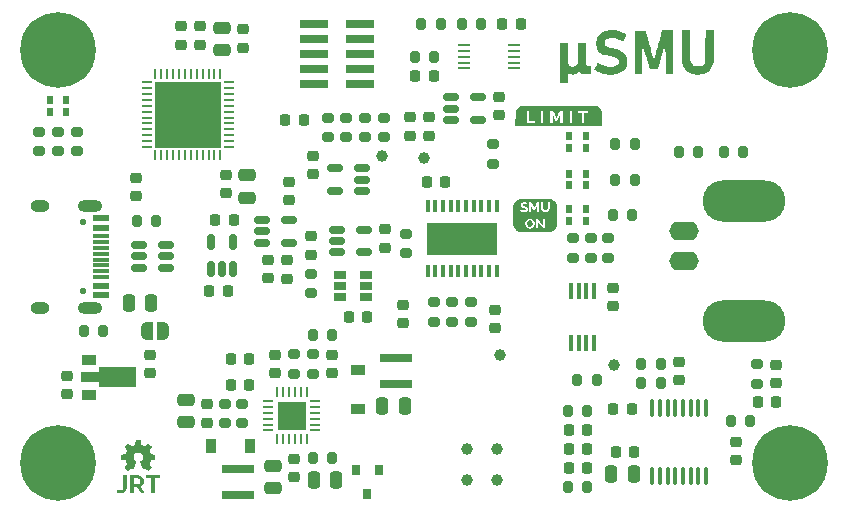
<source format=gbr>
%TF.GenerationSoftware,KiCad,Pcbnew,(5.99.0-10483-ga6ad7a4a70)*%
%TF.CreationDate,2021-05-23T17:26:51+03:00*%
%TF.ProjectId,uSMU_v10,75534d55-5f76-4313-902e-6b696361645f,rev?*%
%TF.SameCoordinates,Original*%
%TF.FileFunction,Soldermask,Top*%
%TF.FilePolarity,Negative*%
%FSLAX46Y46*%
G04 Gerber Fmt 4.6, Leading zero omitted, Abs format (unit mm)*
G04 Created by KiCad (PCBNEW (5.99.0-10483-ga6ad7a4a70)) date 2021-05-23 17:26:51*
%MOMM*%
%LPD*%
G01*
G04 APERTURE LIST*
G04 Aperture macros list*
%AMRoundRect*
0 Rectangle with rounded corners*
0 $1 Rounding radius*
0 $2 $3 $4 $5 $6 $7 $8 $9 X,Y pos of 4 corners*
0 Add a 4 corners polygon primitive as box body*
4,1,4,$2,$3,$4,$5,$6,$7,$8,$9,$2,$3,0*
0 Add four circle primitives for the rounded corners*
1,1,$1+$1,$2,$3*
1,1,$1+$1,$4,$5*
1,1,$1+$1,$6,$7*
1,1,$1+$1,$8,$9*
0 Add four rect primitives between the rounded corners*
20,1,$1+$1,$2,$3,$4,$5,0*
20,1,$1+$1,$4,$5,$6,$7,0*
20,1,$1+$1,$6,$7,$8,$9,0*
20,1,$1+$1,$8,$9,$2,$3,0*%
%AMFreePoly0*
4,1,22,0.500000,-0.750000,0.000000,-0.750000,0.000000,-0.745033,-0.079941,-0.743568,-0.215256,-0.701293,-0.333266,-0.622738,-0.424486,-0.514219,-0.481581,-0.384460,-0.499164,-0.250000,-0.500000,-0.250000,-0.500000,0.250000,-0.499164,0.250000,-0.499963,0.256109,-0.478152,0.396186,-0.417904,0.524511,-0.324060,0.630769,-0.204165,0.706417,-0.067858,0.745374,0.000000,0.744959,0.000000,0.750000,
0.500000,0.750000,0.500000,-0.750000,0.500000,-0.750000,$1*%
%AMFreePoly1*
4,1,20,0.000000,0.744959,0.073905,0.744508,0.209726,0.703889,0.328688,0.626782,0.421226,0.519385,0.479903,0.390333,0.500000,0.250000,0.500000,-0.250000,0.499851,-0.262216,0.476331,-0.402017,0.414519,-0.529596,0.319384,-0.634700,0.198574,-0.708877,0.061801,-0.746166,0.000000,-0.745033,0.000000,-0.750000,-0.500000,-0.750000,-0.500000,0.750000,0.000000,0.750000,0.000000,0.744959,
0.000000,0.744959,$1*%
%AMFreePoly2*
4,1,19,0.134796,0.268011,0.222241,0.201516,0.279886,0.107999,0.300000,0.000000,0.299923,-0.006806,0.277364,-0.114321,0.217612,-0.206506,0.128681,-0.271001,0.022494,-0.299156,-0.086710,-0.287196,-0.184286,-0.236725,-0.257150,-0.154511,-0.295533,-0.051579,-0.294287,0.058270,-0.253579,0.160306,-0.178867,0.240845,-0.080172,0.289089,0.029275,0.298568,0.134796,0.268011,0.134796,0.268011,
$1*%
%AMFreePoly3*
4,1,9,3.862500,-0.866500,0.737500,-0.866500,0.737500,-0.450000,-0.737500,-0.450000,-0.737500,0.450000,0.737500,0.450000,0.737500,0.866500,3.862500,0.866500,3.862500,-0.866500,3.862500,-0.866500,$1*%
G04 Aperture macros list end*
%ADD10RoundRect,0.225000X0.225000X0.250000X-0.225000X0.250000X-0.225000X-0.250000X0.225000X-0.250000X0*%
%ADD11RoundRect,0.200000X-0.200000X-0.275000X0.200000X-0.275000X0.200000X0.275000X-0.200000X0.275000X0*%
%ADD12RoundRect,0.218750X-0.218750X-0.256250X0.218750X-0.256250X0.218750X0.256250X-0.218750X0.256250X0*%
%ADD13RoundRect,0.200000X-0.275000X0.200000X-0.275000X-0.200000X0.275000X-0.200000X0.275000X0.200000X0*%
%ADD14RoundRect,0.250000X-0.475000X0.250000X-0.475000X-0.250000X0.475000X-0.250000X0.475000X0.250000X0*%
%ADD15RoundRect,0.150000X0.512500X0.150000X-0.512500X0.150000X-0.512500X-0.150000X0.512500X-0.150000X0*%
%ADD16RoundRect,0.150000X-0.512500X-0.150000X0.512500X-0.150000X0.512500X0.150000X-0.512500X0.150000X0*%
%ADD17RoundRect,0.225000X0.250000X-0.225000X0.250000X0.225000X-0.250000X0.225000X-0.250000X-0.225000X0*%
%ADD18RoundRect,0.250000X0.475000X-0.250000X0.475000X0.250000X-0.475000X0.250000X-0.475000X-0.250000X0*%
%ADD19RoundRect,0.062500X-0.062500X0.375000X-0.062500X-0.375000X0.062500X-0.375000X0.062500X0.375000X0*%
%ADD20RoundRect,0.062500X-0.375000X0.062500X-0.375000X-0.062500X0.375000X-0.062500X0.375000X0.062500X0*%
%ADD21C,0.600000*%
%ADD22R,5.600000X5.600000*%
%ADD23RoundRect,0.200000X0.200000X0.275000X-0.200000X0.275000X-0.200000X-0.275000X0.200000X-0.275000X0*%
%ADD24RoundRect,0.200000X0.275000X-0.200000X0.275000X0.200000X-0.275000X0.200000X-0.275000X-0.200000X0*%
%ADD25RoundRect,0.225000X-0.250000X0.225000X-0.250000X-0.225000X0.250000X-0.225000X0.250000X0.225000X0*%
%ADD26R,1.060000X0.650000*%
%ADD27C,1.000000*%
%ADD28R,0.450000X1.050000*%
%ADD29R,6.000000X2.700000*%
%ADD30RoundRect,0.225000X-0.225000X-0.250000X0.225000X-0.250000X0.225000X0.250000X-0.225000X0.250000X0*%
%ADD31RoundRect,0.218750X-0.256250X0.218750X-0.256250X-0.218750X0.256250X-0.218750X0.256250X0.218750X0*%
%ADD32RoundRect,0.250000X-0.250000X-0.475000X0.250000X-0.475000X0.250000X0.475000X-0.250000X0.475000X0*%
%ADD33R,0.800000X0.900000*%
%ADD34RoundRect,0.218750X0.256250X-0.218750X0.256250X0.218750X-0.256250X0.218750X-0.256250X-0.218750X0*%
%ADD35R,2.700000X0.800000*%
%ADD36R,1.100000X0.250000*%
%ADD37R,0.600000X0.700000*%
%ADD38RoundRect,0.218750X0.218750X0.256250X-0.218750X0.256250X-0.218750X-0.256250X0.218750X-0.256250X0*%
%ADD39R,0.900000X1.200000*%
%ADD40O,2.500000X1.600000*%
%ADD41O,7.000000X3.500000*%
%ADD42RoundRect,0.150000X0.150000X-0.512500X0.150000X0.512500X-0.150000X0.512500X-0.150000X-0.512500X0*%
%ADD43RoundRect,0.062500X0.062500X-0.325000X0.062500X0.325000X-0.062500X0.325000X-0.062500X-0.325000X0*%
%ADD44RoundRect,0.062500X0.325000X-0.062500X0.325000X0.062500X-0.325000X0.062500X-0.325000X-0.062500X0*%
%ADD45R,2.450000X2.450000*%
%ADD46R,2.400000X0.740000*%
%ADD47C,0.800000*%
%ADD48C,6.400000*%
%ADD49RoundRect,0.250000X0.250000X0.475000X-0.250000X0.475000X-0.250000X-0.475000X0.250000X-0.475000X0*%
%ADD50R,0.450000X1.450000*%
%ADD51RoundRect,0.100000X0.100000X-0.637500X0.100000X0.637500X-0.100000X0.637500X-0.100000X-0.637500X0*%
%ADD52FreePoly0,0.000000*%
%ADD53FreePoly1,0.000000*%
%ADD54O,1.600000X1.000000*%
%ADD55FreePoly2,270.000000*%
%ADD56O,2.100000X1.000000*%
%ADD57R,1.450000X0.600000*%
%ADD58R,1.450000X0.300000*%
%ADD59R,1.200000X0.900000*%
%ADD60R,1.300000X0.900000*%
%ADD61FreePoly3,0.000000*%
G04 APERTURE END LIST*
%TO.C,G\u002A\u002A\u002A*%
G36*
X117467323Y-124051498D02*
G01*
X117538301Y-124051618D01*
X117605078Y-124051966D01*
X117666511Y-124052522D01*
X117721456Y-124053269D01*
X117768769Y-124054187D01*
X117807306Y-124055258D01*
X117835923Y-124056462D01*
X117853476Y-124057781D01*
X117854097Y-124057856D01*
X117925433Y-124072861D01*
X117993252Y-124099139D01*
X118056554Y-124135951D01*
X118114340Y-124182561D01*
X118165610Y-124238231D01*
X118209364Y-124302224D01*
X118225476Y-124331834D01*
X118234894Y-124352954D01*
X118245600Y-124380766D01*
X118255647Y-124410123D01*
X118258017Y-124417727D01*
X118264870Y-124441694D01*
X118269527Y-124462726D01*
X118272397Y-124484303D01*
X118273891Y-124509910D01*
X118274416Y-124543029D01*
X118274446Y-124557657D01*
X118274173Y-124594387D01*
X118273079Y-124622335D01*
X118270757Y-124644981D01*
X118266798Y-124665807D01*
X118260794Y-124688293D01*
X118258037Y-124697520D01*
X118230901Y-124770297D01*
X118196358Y-124833682D01*
X118153779Y-124888509D01*
X118102540Y-124935612D01*
X118054415Y-124968581D01*
X118035655Y-124979648D01*
X118020804Y-124987990D01*
X118013392Y-124991664D01*
X118015289Y-124997164D01*
X118023153Y-125012297D01*
X118036502Y-125036252D01*
X118054857Y-125068219D01*
X118077737Y-125107391D01*
X118104663Y-125152957D01*
X118135154Y-125204108D01*
X118168730Y-125260035D01*
X118204911Y-125319929D01*
X118243216Y-125382980D01*
X118283166Y-125448380D01*
X118319275Y-125507190D01*
X118352379Y-125560974D01*
X118188953Y-125559340D01*
X118025526Y-125557706D01*
X117872011Y-125307694D01*
X117718496Y-125057681D01*
X117425749Y-125057681D01*
X117425749Y-125560773D01*
X117131256Y-125560773D01*
X117131256Y-124308410D01*
X117425749Y-124308410D01*
X117425749Y-124800751D01*
X117629746Y-124798842D01*
X117833744Y-124796933D01*
X117866655Y-124778704D01*
X117904765Y-124750684D01*
X117936150Y-124712962D01*
X117960239Y-124666456D01*
X117976459Y-124612079D01*
X117978934Y-124599039D01*
X117982368Y-124546588D01*
X117975415Y-124494776D01*
X117958996Y-124445559D01*
X117934038Y-124400892D01*
X117901463Y-124362730D01*
X117862196Y-124333031D01*
X117850129Y-124326498D01*
X117841855Y-124322566D01*
X117833596Y-124319416D01*
X117823918Y-124316945D01*
X117811385Y-124315051D01*
X117794562Y-124313631D01*
X117772015Y-124312583D01*
X117742308Y-124311804D01*
X117704007Y-124311193D01*
X117655675Y-124310645D01*
X117623611Y-124310328D01*
X117425749Y-124308410D01*
X117131256Y-124308410D01*
X117131256Y-124051498D01*
X117467323Y-124051498D01*
G37*
G36*
X116836668Y-124464094D02*
G01*
X116836549Y-124563167D01*
X116836217Y-124650974D01*
X116835638Y-124728520D01*
X116834780Y-124796808D01*
X116833610Y-124856843D01*
X116832094Y-124909627D01*
X116830198Y-124956165D01*
X116827891Y-124997461D01*
X116825137Y-125034518D01*
X116821905Y-125068341D01*
X116818161Y-125099933D01*
X116814814Y-125124010D01*
X116798182Y-125209954D01*
X116775099Y-125285677D01*
X116745401Y-125351496D01*
X116708923Y-125407728D01*
X116665500Y-125454690D01*
X116627452Y-125484580D01*
X116588050Y-125508968D01*
X116548696Y-125527749D01*
X116505299Y-125542584D01*
X116453770Y-125555132D01*
X116453309Y-125555229D01*
X116419291Y-125560804D01*
X116377655Y-125565259D01*
X116331926Y-125568441D01*
X116285628Y-125570192D01*
X116242285Y-125570357D01*
X116205422Y-125568781D01*
X116187957Y-125566945D01*
X116132616Y-125556295D01*
X116077044Y-125540540D01*
X116026556Y-125521265D01*
X116011570Y-125514232D01*
X115989226Y-125503388D01*
X115972706Y-125494850D01*
X115961593Y-125486715D01*
X115955471Y-125477084D01*
X115953922Y-125464053D01*
X115956531Y-125445722D01*
X115962879Y-125420189D01*
X115972551Y-125385552D01*
X115978603Y-125363860D01*
X115988464Y-125328423D01*
X115997308Y-125297102D01*
X116004588Y-125271801D01*
X116009755Y-125254423D01*
X116012262Y-125246873D01*
X116012311Y-125246782D01*
X116018604Y-125247262D01*
X116033196Y-125252158D01*
X116053356Y-125260504D01*
X116061266Y-125264081D01*
X116112513Y-125285211D01*
X116160742Y-125299075D01*
X116210346Y-125306545D01*
X116265721Y-125308491D01*
X116283700Y-125308140D01*
X116317400Y-125306893D01*
X116342042Y-125305101D01*
X116360836Y-125302215D01*
X116376995Y-125297683D01*
X116393729Y-125290956D01*
X116399698Y-125288264D01*
X116435237Y-125267625D01*
X116464757Y-125240513D01*
X116488717Y-125205981D01*
X116507575Y-125163079D01*
X116521788Y-125110862D01*
X116531814Y-125048380D01*
X116535963Y-125006175D01*
X116537049Y-124986266D01*
X116538073Y-124955266D01*
X116539018Y-124914355D01*
X116539871Y-124864712D01*
X116540618Y-124807517D01*
X116541243Y-124743948D01*
X116541733Y-124675186D01*
X116542073Y-124602410D01*
X116542249Y-124526799D01*
X116542271Y-124489278D01*
X116542271Y-124051498D01*
X116836763Y-124051498D01*
X116836668Y-124464094D01*
G37*
G36*
X119669847Y-124178805D02*
G01*
X119668189Y-124306111D01*
X119427379Y-124307716D01*
X119186570Y-124309321D01*
X119186570Y-125560773D01*
X118898213Y-125560773D01*
X118898213Y-124309179D01*
X118413527Y-124309179D01*
X118413527Y-124199511D01*
X118413738Y-124162645D01*
X118414323Y-124128806D01*
X118415211Y-124100416D01*
X118416329Y-124079897D01*
X118417361Y-124070671D01*
X118421196Y-124051498D01*
X119671505Y-124051498D01*
X119669847Y-124178805D01*
G37*
G36*
X156624289Y-92771005D02*
G01*
X156719597Y-92808976D01*
X156805895Y-92860321D01*
X156882210Y-92924083D01*
X156947570Y-92999306D01*
X157001002Y-93085035D01*
X157041532Y-93180312D01*
X157041923Y-93181470D01*
X157063205Y-93244713D01*
X157065895Y-93846443D01*
X157068584Y-94448173D01*
X149731417Y-94448173D01*
X149736797Y-93244713D01*
X149758079Y-93181470D01*
X149767820Y-93158458D01*
X150668597Y-93158458D01*
X150668597Y-94226375D01*
X151416139Y-94226375D01*
X151416139Y-94045651D01*
X150873966Y-94045651D01*
X150873966Y-93158458D01*
X151892595Y-93158458D01*
X151892595Y-94226375D01*
X152097963Y-94226375D01*
X152097963Y-93158458D01*
X152664781Y-93158458D01*
X152664781Y-94226375D01*
X152870150Y-94226375D01*
X152870239Y-93879302D01*
X152870329Y-93532229D01*
X152965303Y-93712953D01*
X152994327Y-93768094D01*
X153023417Y-93823200D01*
X153050870Y-93875054D01*
X153074980Y-93920441D01*
X153094044Y-93956144D01*
X153101317Y-93969664D01*
X153142358Y-94045651D01*
X153201354Y-94045411D01*
X153260350Y-94045170D01*
X153523222Y-93543860D01*
X153527736Y-93883064D01*
X153528745Y-93956009D01*
X153529754Y-94023672D01*
X153530732Y-94084329D01*
X153531647Y-94136255D01*
X153532469Y-94177724D01*
X153533167Y-94207011D01*
X153533709Y-94222391D01*
X153533898Y-94224322D01*
X153542245Y-94225101D01*
X153563845Y-94225744D01*
X153595518Y-94226189D01*
X153634089Y-94226374D01*
X153638229Y-94226375D01*
X153740913Y-94226375D01*
X153740913Y-93158458D01*
X154307730Y-93158458D01*
X154307730Y-94226375D01*
X154513099Y-94226375D01*
X154513099Y-93158458D01*
X154989555Y-93158458D01*
X154989555Y-93339182D01*
X155330758Y-93339182D01*
X155327609Y-93782779D01*
X155324460Y-94226375D01*
X155539943Y-94226375D01*
X155539943Y-93339182D01*
X155876747Y-93339182D01*
X155876747Y-93158458D01*
X154989555Y-93158458D01*
X154513099Y-93158458D01*
X154307730Y-93158458D01*
X153740913Y-93158458D01*
X153740913Y-93157994D01*
X153628618Y-93160280D01*
X153516323Y-93162565D01*
X153359697Y-93460350D01*
X153325808Y-93524589D01*
X153294236Y-93584059D01*
X153265806Y-93637238D01*
X153241339Y-93682604D01*
X153221660Y-93718635D01*
X153207591Y-93743807D01*
X153199954Y-93756599D01*
X153198852Y-93757914D01*
X153194285Y-93750820D01*
X153182996Y-93730653D01*
X153165799Y-93698940D01*
X153143508Y-93657209D01*
X153116936Y-93606986D01*
X153086898Y-93549798D01*
X153054206Y-93487172D01*
X153039081Y-93458076D01*
X152883530Y-93158458D01*
X152664781Y-93158458D01*
X152097963Y-93158458D01*
X151892595Y-93158458D01*
X150873966Y-93158458D01*
X150668597Y-93158458D01*
X149767820Y-93158458D01*
X149798454Y-93086088D01*
X149851741Y-93000244D01*
X149916968Y-92924893D01*
X149993162Y-92860992D01*
X150079349Y-92809498D01*
X150174556Y-92771365D01*
X150175712Y-92771005D01*
X150237323Y-92751828D01*
X156562679Y-92751828D01*
X156624289Y-92771005D01*
G37*
G36*
X151011291Y-102463108D02*
G01*
X151038397Y-102470870D01*
X151082279Y-102493781D01*
X151119795Y-102526299D01*
X151150434Y-102566741D01*
X151173687Y-102613425D01*
X151189044Y-102664667D01*
X151195995Y-102718783D01*
X151194030Y-102774092D01*
X151182639Y-102828910D01*
X151162265Y-102879699D01*
X151145314Y-102906109D01*
X151121708Y-102934364D01*
X151095674Y-102959831D01*
X151074267Y-102976159D01*
X151033869Y-102995030D01*
X150987441Y-103005844D01*
X150939395Y-103007801D01*
X150914844Y-103004986D01*
X150867155Y-102990353D01*
X150823815Y-102964701D01*
X150786151Y-102929365D01*
X150755494Y-102885680D01*
X150733170Y-102834982D01*
X150727882Y-102817031D01*
X150721636Y-102781804D01*
X150718755Y-102740507D01*
X150719343Y-102698811D01*
X150723506Y-102662390D01*
X150724878Y-102655796D01*
X150740928Y-102608219D01*
X150765529Y-102563670D01*
X150796757Y-102524545D01*
X150832686Y-102493244D01*
X150871394Y-102472164D01*
X150872637Y-102471692D01*
X150916612Y-102460686D01*
X150964554Y-102457816D01*
X151011291Y-102463108D01*
G37*
G36*
X149542026Y-102686943D02*
G01*
X149541245Y-102640736D01*
X149540673Y-102587262D01*
X149540277Y-102525780D01*
X149540027Y-102455550D01*
X149539889Y-102375833D01*
X149539832Y-102285887D01*
X149539824Y-102184971D01*
X149539833Y-102072347D01*
X149539835Y-102028292D01*
X149539827Y-101911221D01*
X149539825Y-101806129D01*
X149539860Y-101712275D01*
X149539944Y-101645453D01*
X150134452Y-101645453D01*
X150139888Y-101652060D01*
X150154548Y-101662287D01*
X150175960Y-101674759D01*
X150201652Y-101688099D01*
X150229150Y-101700931D01*
X150248923Y-101709178D01*
X150292434Y-101724012D01*
X150342630Y-101737512D01*
X150393480Y-101748126D01*
X150411091Y-101750986D01*
X150432738Y-101752485D01*
X150462992Y-101752407D01*
X150497871Y-101750994D01*
X150533394Y-101748487D01*
X150565579Y-101745128D01*
X150590445Y-101741156D01*
X150596355Y-101739756D01*
X150630673Y-101727783D01*
X150665768Y-101710971D01*
X150697598Y-101691577D01*
X150722123Y-101671862D01*
X150727060Y-101666673D01*
X150741146Y-101647733D01*
X150755767Y-101623658D01*
X150763369Y-101608853D01*
X150771263Y-101590325D01*
X150776165Y-101573128D01*
X150778740Y-101553237D01*
X150779651Y-101526632D01*
X150779692Y-101509990D01*
X150777590Y-101466194D01*
X150770904Y-101431468D01*
X150758632Y-101402678D01*
X150739773Y-101376692D01*
X150735607Y-101372076D01*
X150717488Y-101354101D01*
X150698005Y-101338505D01*
X150675408Y-101324467D01*
X150647943Y-101311169D01*
X150613860Y-101297792D01*
X150571405Y-101283516D01*
X150518827Y-101267524D01*
X150500496Y-101262175D01*
X150449800Y-101247024D01*
X150410191Y-101233830D01*
X150380353Y-101221735D01*
X150358968Y-101209882D01*
X150344722Y-101197412D01*
X150336296Y-101183469D01*
X150332375Y-101167193D01*
X150331597Y-101152125D01*
X150336397Y-101118904D01*
X150351224Y-101093173D01*
X150376720Y-101073834D01*
X150377835Y-101073248D01*
X150410240Y-101062521D01*
X150450302Y-101058797D01*
X150495344Y-101061665D01*
X150542688Y-101070713D01*
X150589658Y-101085528D01*
X150633576Y-101105698D01*
X150649503Y-101115055D01*
X150684410Y-101137087D01*
X150717744Y-101075516D01*
X150731063Y-101050145D01*
X150741513Y-101028759D01*
X150747913Y-101013873D01*
X150749305Y-101008255D01*
X150742292Y-101001488D01*
X150725919Y-100991483D01*
X150702746Y-100979438D01*
X150675336Y-100966550D01*
X150646249Y-100954014D01*
X150618046Y-100943028D01*
X150593289Y-100934788D01*
X150590162Y-100933899D01*
X150545745Y-100924739D01*
X150516094Y-100921733D01*
X150903956Y-100921733D01*
X150903956Y-101748473D01*
X151069164Y-101748473D01*
X151072484Y-101219931D01*
X151174236Y-101412657D01*
X151275989Y-101605383D01*
X151321477Y-101607239D01*
X151366964Y-101609095D01*
X151385730Y-101575441D01*
X151393615Y-101560986D01*
X151406442Y-101537093D01*
X151423242Y-101505586D01*
X151443044Y-101468288D01*
X151464878Y-101427024D01*
X151487775Y-101383616D01*
X151489692Y-101379976D01*
X151574887Y-101218165D01*
X151576547Y-101483319D01*
X151578206Y-101748473D01*
X151743415Y-101748473D01*
X151743415Y-100921733D01*
X151901398Y-100921733D01*
X151903931Y-101177704D01*
X151904606Y-101242175D01*
X151905281Y-101295335D01*
X151906033Y-101338593D01*
X151906937Y-101373354D01*
X151908068Y-101401029D01*
X151909502Y-101423024D01*
X151911315Y-101440747D01*
X151913581Y-101455606D01*
X151916376Y-101469009D01*
X151919776Y-101482364D01*
X151920370Y-101484552D01*
X151944461Y-101553258D01*
X151976427Y-101612251D01*
X152016079Y-101661341D01*
X152063224Y-101700336D01*
X152117672Y-101729046D01*
X152179229Y-101747281D01*
X152185583Y-101748487D01*
X152212143Y-101751317D01*
X152246368Y-101752186D01*
X152284251Y-101751281D01*
X152321787Y-101748790D01*
X152354969Y-101744899D01*
X152379790Y-101739796D01*
X152381255Y-101739353D01*
X152440908Y-101714631D01*
X152492440Y-101680229D01*
X152535926Y-101636063D01*
X152571444Y-101582045D01*
X152599072Y-101518089D01*
X152609359Y-101484552D01*
X152612847Y-101471045D01*
X152615722Y-101457665D01*
X152618061Y-101443004D01*
X152619939Y-101425654D01*
X152621431Y-101404206D01*
X152622614Y-101377252D01*
X152623562Y-101343383D01*
X152624353Y-101301192D01*
X152625060Y-101249270D01*
X152625761Y-101186209D01*
X152625850Y-101177704D01*
X152628500Y-100921733D01*
X152468402Y-100921733D01*
X152468402Y-101137497D01*
X152468197Y-101191689D01*
X152467615Y-101243837D01*
X152466706Y-101292019D01*
X152465518Y-101334316D01*
X152464103Y-101368808D01*
X152462509Y-101393576D01*
X152461557Y-101402478D01*
X152448827Y-101463442D01*
X152429087Y-101513973D01*
X152402414Y-101553988D01*
X152368880Y-101583405D01*
X152328560Y-101602142D01*
X152281529Y-101610117D01*
X152273206Y-101610392D01*
X152221515Y-101606621D01*
X152177746Y-101593321D01*
X152141407Y-101570094D01*
X152112006Y-101536541D01*
X152089049Y-101492262D01*
X152075321Y-101450101D01*
X152072716Y-101437209D01*
X152070507Y-101419194D01*
X152068645Y-101394910D01*
X152067079Y-101363210D01*
X152065761Y-101322946D01*
X152064640Y-101272973D01*
X152063667Y-101212143D01*
X152063113Y-101168165D01*
X152060251Y-100921733D01*
X151901398Y-100921733D01*
X151743415Y-100921733D01*
X151655971Y-100921916D01*
X151568528Y-100922100D01*
X151447696Y-101153900D01*
X151421591Y-101203832D01*
X151397262Y-101250080D01*
X151375342Y-101291463D01*
X151356464Y-101326801D01*
X151341260Y-101354911D01*
X151330361Y-101374615D01*
X151324401Y-101384730D01*
X151323503Y-101385839D01*
X151319944Y-101380417D01*
X151311177Y-101364874D01*
X151297833Y-101340390D01*
X151280542Y-101308145D01*
X151259936Y-101269317D01*
X151236646Y-101225087D01*
X151211301Y-101176634D01*
X151199492Y-101153956D01*
X151078843Y-100921933D01*
X150991399Y-100921833D01*
X150903956Y-100921733D01*
X150516094Y-100921733D01*
X150496425Y-100919739D01*
X150446396Y-100918963D01*
X150399849Y-100922472D01*
X150360979Y-100930330D01*
X150360487Y-100930478D01*
X150301669Y-100953344D01*
X150253375Y-100983241D01*
X150215453Y-101020288D01*
X150187748Y-101064608D01*
X150186750Y-101066752D01*
X150174099Y-101105124D01*
X150167351Y-101149405D01*
X150166808Y-101194569D01*
X150172774Y-101235592D01*
X150175893Y-101246383D01*
X150187727Y-101273680D01*
X150204718Y-101297976D01*
X150228034Y-101320006D01*
X150258845Y-101340502D01*
X150298322Y-101360200D01*
X150347633Y-101379834D01*
X150407949Y-101400137D01*
X150433350Y-101407985D01*
X150486423Y-101424778D01*
X150528243Y-101439883D01*
X150560024Y-101454118D01*
X150582983Y-101468302D01*
X150598334Y-101483254D01*
X150607294Y-101499793D01*
X150611078Y-101518736D01*
X150611417Y-101527895D01*
X150605883Y-101554636D01*
X150590212Y-101576004D01*
X150565803Y-101591990D01*
X150534053Y-101602583D01*
X150496359Y-101607771D01*
X150454120Y-101607543D01*
X150408732Y-101601890D01*
X150361595Y-101590799D01*
X150314104Y-101574260D01*
X150267658Y-101552263D01*
X150232361Y-101530840D01*
X150199899Y-101508917D01*
X150167175Y-101574715D01*
X150154240Y-101601129D01*
X150143718Y-101623384D01*
X150136749Y-101639021D01*
X150134452Y-101645453D01*
X149539944Y-101645453D01*
X149539965Y-101628919D01*
X149540171Y-101555321D01*
X149540510Y-101490741D01*
X149541014Y-101434437D01*
X149541716Y-101385670D01*
X149542646Y-101343699D01*
X149543836Y-101307785D01*
X149545319Y-101277186D01*
X149547127Y-101251163D01*
X149549290Y-101228974D01*
X149551842Y-101209881D01*
X149554814Y-101193141D01*
X149558238Y-101178016D01*
X149562145Y-101163765D01*
X149566568Y-101149647D01*
X149571539Y-101134922D01*
X149577088Y-101118849D01*
X149579259Y-101112519D01*
X149614298Y-101029034D01*
X149660420Y-100949809D01*
X149716342Y-100876128D01*
X149780781Y-100809273D01*
X149852456Y-100750527D01*
X149930082Y-100701173D01*
X150012378Y-100662492D01*
X150039058Y-100652725D01*
X150069773Y-100643147D01*
X150105558Y-100633315D01*
X150138974Y-100625266D01*
X150140811Y-100624869D01*
X150147808Y-100623471D01*
X150155544Y-100622189D01*
X150164575Y-100621020D01*
X150175458Y-100619958D01*
X150188748Y-100618997D01*
X150205001Y-100618133D01*
X150224774Y-100617360D01*
X150248622Y-100616674D01*
X150277102Y-100616070D01*
X150310768Y-100615542D01*
X150350178Y-100615084D01*
X150395887Y-100614693D01*
X150448451Y-100614363D01*
X150508426Y-100614089D01*
X150576369Y-100613866D01*
X150652834Y-100613688D01*
X150738378Y-100613551D01*
X150833558Y-100613449D01*
X150938928Y-100613378D01*
X151055045Y-100613332D01*
X151182465Y-100613307D01*
X151321744Y-100613296D01*
X151403180Y-100613295D01*
X151549183Y-100613299D01*
X151683024Y-100613316D01*
X151805257Y-100613350D01*
X151916440Y-100613407D01*
X152017127Y-100613491D01*
X152107875Y-100613608D01*
X152189239Y-100613763D01*
X152261776Y-100613961D01*
X152326042Y-100614207D01*
X152382593Y-100614506D01*
X152431984Y-100614863D01*
X152474772Y-100615283D01*
X152511513Y-100615772D01*
X152542762Y-100616334D01*
X152569075Y-100616975D01*
X152591009Y-100617699D01*
X152609120Y-100618512D01*
X152623963Y-100619420D01*
X152636094Y-100620426D01*
X152646070Y-100621536D01*
X152654446Y-100622755D01*
X152661778Y-100624089D01*
X152665548Y-100624869D01*
X152698570Y-100632739D01*
X152734425Y-100642519D01*
X152765673Y-100652173D01*
X152767301Y-100652725D01*
X152850802Y-100687778D01*
X152930037Y-100733909D01*
X153003724Y-100789836D01*
X153070580Y-100854275D01*
X153129323Y-100925945D01*
X153178670Y-101003562D01*
X153217338Y-101085843D01*
X153227100Y-101112519D01*
X153232869Y-101129265D01*
X153238047Y-101144395D01*
X153242665Y-101158648D01*
X153246757Y-101172766D01*
X153250353Y-101187487D01*
X153253485Y-101203553D01*
X153256187Y-101221704D01*
X153258488Y-101242680D01*
X153260421Y-101267221D01*
X153262019Y-101296068D01*
X153263312Y-101329962D01*
X153264333Y-101369642D01*
X153265114Y-101415849D01*
X153265686Y-101469323D01*
X153266082Y-101530805D01*
X153266333Y-101601034D01*
X153266471Y-101680752D01*
X153266528Y-101770698D01*
X153266536Y-101871613D01*
X153266526Y-101984237D01*
X153266525Y-102028292D01*
X153266532Y-102145365D01*
X153266535Y-102250460D01*
X153266499Y-102344315D01*
X153266394Y-102427673D01*
X153266188Y-102501273D01*
X153265849Y-102565855D01*
X153265344Y-102622160D01*
X153264643Y-102670928D01*
X153263713Y-102712900D01*
X153262522Y-102748815D01*
X153261039Y-102779414D01*
X153259231Y-102805438D01*
X153257067Y-102827626D01*
X153254515Y-102846719D01*
X153251543Y-102863457D01*
X153248119Y-102878581D01*
X153244211Y-102892830D01*
X153239787Y-102906946D01*
X153234816Y-102921668D01*
X153229265Y-102937737D01*
X153227094Y-102944066D01*
X153192088Y-103027464D01*
X153146021Y-103106620D01*
X153090179Y-103180249D01*
X153025850Y-103247065D01*
X152954318Y-103305779D01*
X152876873Y-103355107D01*
X152794799Y-103393761D01*
X152767301Y-103403826D01*
X152753967Y-103408482D01*
X152742108Y-103412755D01*
X152731157Y-103416661D01*
X152720547Y-103420216D01*
X152709713Y-103423438D01*
X152698086Y-103426343D01*
X152685102Y-103428949D01*
X152670193Y-103431273D01*
X152652792Y-103433330D01*
X152632333Y-103435138D01*
X152608249Y-103436714D01*
X152579974Y-103438076D01*
X152546940Y-103439238D01*
X152508582Y-103440220D01*
X152464333Y-103441036D01*
X152413626Y-103441706D01*
X152355895Y-103442244D01*
X152290572Y-103442669D01*
X152217091Y-103442996D01*
X152134886Y-103443243D01*
X152043391Y-103443427D01*
X151942037Y-103443565D01*
X151830259Y-103443674D01*
X151707491Y-103443769D01*
X151573164Y-103443869D01*
X151426714Y-103443990D01*
X151419078Y-103443997D01*
X151296064Y-103444095D01*
X151176376Y-103444161D01*
X151060641Y-103444198D01*
X150949486Y-103444205D01*
X150843539Y-103444184D01*
X150743426Y-103444136D01*
X150649775Y-103444061D01*
X150563214Y-103443961D01*
X150484368Y-103443836D01*
X150413867Y-103443686D01*
X150352336Y-103443514D01*
X150300403Y-103443319D01*
X150258696Y-103443103D01*
X150227841Y-103442866D01*
X150208466Y-103442609D01*
X150201227Y-103442341D01*
X150189131Y-103439877D01*
X150168531Y-103435827D01*
X150143419Y-103430974D01*
X150137631Y-103429866D01*
X150104761Y-103422563D01*
X150068668Y-103412999D01*
X150039058Y-103403860D01*
X149955558Y-103368807D01*
X149876322Y-103322675D01*
X149802635Y-103266749D01*
X149735779Y-103202309D01*
X149677036Y-103130640D01*
X149627689Y-103053023D01*
X149589021Y-102970741D01*
X149579259Y-102944066D01*
X149573490Y-102927319D01*
X149568313Y-102912190D01*
X149563694Y-102897936D01*
X149559602Y-102883819D01*
X149556006Y-102869098D01*
X149552874Y-102853032D01*
X149550173Y-102834881D01*
X149547871Y-102813905D01*
X149545938Y-102789364D01*
X149544341Y-102760516D01*
X149543336Y-102734201D01*
X150554181Y-102734201D01*
X150555544Y-102757004D01*
X150559122Y-102785984D01*
X150564146Y-102814953D01*
X150564269Y-102815553D01*
X150584443Y-102885345D01*
X150614304Y-102948710D01*
X150652786Y-103004909D01*
X150698822Y-103053204D01*
X150751346Y-103092856D01*
X150809291Y-103123129D01*
X150871591Y-103143282D01*
X150937179Y-103152578D01*
X151004989Y-103150280D01*
X151039507Y-103144527D01*
X151103017Y-103124725D01*
X151162523Y-103093704D01*
X151216716Y-103052673D01*
X151264285Y-103002845D01*
X151303921Y-102945429D01*
X151334315Y-102881637D01*
X151339544Y-102867123D01*
X151347674Y-102841683D01*
X151352984Y-102819821D01*
X151356060Y-102797383D01*
X151357487Y-102770218D01*
X151357848Y-102737381D01*
X151357594Y-102702959D01*
X151356298Y-102677143D01*
X151353354Y-102655825D01*
X151348156Y-102634899D01*
X151340100Y-102610258D01*
X151338383Y-102605349D01*
X151307777Y-102534829D01*
X151268777Y-102472956D01*
X151221903Y-102420428D01*
X151169109Y-102378870D01*
X151108444Y-102346421D01*
X151045410Y-102325791D01*
X151010780Y-102320831D01*
X151482674Y-102320831D01*
X151482674Y-103147571D01*
X151647881Y-103147571D01*
X151649541Y-102886353D01*
X151651202Y-102625135D01*
X151859299Y-102886353D01*
X152067397Y-103147571D01*
X152201302Y-103147571D01*
X152201302Y-102320831D01*
X152042450Y-102320831D01*
X152040792Y-102591426D01*
X152039134Y-102862020D01*
X151826408Y-102591426D01*
X151613683Y-102320831D01*
X151482674Y-102320831D01*
X151010780Y-102320831D01*
X150981247Y-102316601D01*
X150917192Y-102318474D01*
X150854487Y-102331030D01*
X150794369Y-102353893D01*
X150738078Y-102386683D01*
X150686854Y-102429024D01*
X150641934Y-102480536D01*
X150604560Y-102540841D01*
X150598561Y-102552954D01*
X150579314Y-102600843D01*
X150564745Y-102652366D01*
X150556078Y-102702518D01*
X150554181Y-102734201D01*
X149543336Y-102734201D01*
X149543047Y-102726623D01*
X149542026Y-102686943D01*
G37*
G36*
X117843059Y-121061180D02*
G01*
X117884991Y-121061433D01*
X117918613Y-121061884D01*
X117944655Y-121062554D01*
X117963848Y-121063467D01*
X117976923Y-121064645D01*
X117984611Y-121066112D01*
X117987035Y-121067209D01*
X117989734Y-121071540D01*
X117993101Y-121081325D01*
X117997279Y-121097210D01*
X118002410Y-121119837D01*
X118008635Y-121149851D01*
X118016098Y-121187897D01*
X118024941Y-121234619D01*
X118029926Y-121261447D01*
X118039967Y-121315050D01*
X118048567Y-121359433D01*
X118055822Y-121395029D01*
X118061826Y-121422271D01*
X118066673Y-121441590D01*
X118070459Y-121453419D01*
X118072845Y-121457841D01*
X118079176Y-121461593D01*
X118093162Y-121468334D01*
X118113366Y-121477466D01*
X118138351Y-121488392D01*
X118166681Y-121500515D01*
X118196919Y-121513237D01*
X118227628Y-121525961D01*
X118257371Y-121538090D01*
X118284712Y-121549027D01*
X118308215Y-121558174D01*
X118326442Y-121564933D01*
X118337956Y-121568708D01*
X118340925Y-121569296D01*
X118346374Y-121566614D01*
X118358957Y-121558961D01*
X118377773Y-121546931D01*
X118401919Y-121531116D01*
X118430496Y-121512107D01*
X118462599Y-121490497D01*
X118497329Y-121466877D01*
X118508328Y-121459350D01*
X118543568Y-121435265D01*
X118576340Y-121413003D01*
X118605761Y-121393153D01*
X118630947Y-121376306D01*
X118651015Y-121363051D01*
X118665082Y-121353978D01*
X118672264Y-121349676D01*
X118672960Y-121349404D01*
X118677894Y-121352765D01*
X118688611Y-121362247D01*
X118704227Y-121376950D01*
X118723857Y-121395972D01*
X118746616Y-121418412D01*
X118771618Y-121443368D01*
X118797980Y-121469939D01*
X118824815Y-121497224D01*
X118851240Y-121524322D01*
X118876369Y-121550331D01*
X118899318Y-121574351D01*
X118919201Y-121595479D01*
X118935134Y-121612815D01*
X118946231Y-121625458D01*
X118951608Y-121632506D01*
X118951958Y-121633560D01*
X118948672Y-121638951D01*
X118940462Y-121651467D01*
X118927950Y-121670185D01*
X118911758Y-121694184D01*
X118892509Y-121722542D01*
X118870826Y-121754337D01*
X118847330Y-121788647D01*
X118843747Y-121793865D01*
X118820096Y-121828546D01*
X118798293Y-121860967D01*
X118778946Y-121890190D01*
X118762662Y-121915278D01*
X118750049Y-121935294D01*
X118741714Y-121949298D01*
X118738266Y-121956355D01*
X118738207Y-121956745D01*
X118740118Y-121964025D01*
X118745446Y-121978797D01*
X118753585Y-121999644D01*
X118763929Y-122025152D01*
X118775870Y-122053906D01*
X118788804Y-122084491D01*
X118802124Y-122115491D01*
X118815223Y-122145491D01*
X118827494Y-122173077D01*
X118838333Y-122196832D01*
X118847132Y-122215343D01*
X118853285Y-122227194D01*
X118855554Y-122230629D01*
X118860024Y-122233473D01*
X118868948Y-122236775D01*
X118883090Y-122240706D01*
X118903215Y-122245439D01*
X118930087Y-122251144D01*
X118964471Y-122257994D01*
X119007132Y-122266161D01*
X119046627Y-122273551D01*
X119097223Y-122283055D01*
X119138822Y-122291110D01*
X119172069Y-122297860D01*
X119197609Y-122303448D01*
X119216088Y-122308020D01*
X119228151Y-122311717D01*
X119234443Y-122314685D01*
X119235408Y-122315586D01*
X119237071Y-122320219D01*
X119238431Y-122329773D01*
X119239510Y-122344979D01*
X119240333Y-122366568D01*
X119240921Y-122395271D01*
X119241297Y-122431818D01*
X119241485Y-122476940D01*
X119241516Y-122510531D01*
X119241476Y-122558868D01*
X119241332Y-122598355D01*
X119241047Y-122629916D01*
X119240584Y-122654473D01*
X119239908Y-122672949D01*
X119238981Y-122686268D01*
X119237768Y-122695353D01*
X119236232Y-122701126D01*
X119234337Y-122704511D01*
X119233838Y-122705057D01*
X119226591Y-122711174D01*
X119223313Y-122712736D01*
X119218019Y-122713597D01*
X119204208Y-122716046D01*
X119182974Y-122719885D01*
X119155409Y-122724915D01*
X119122605Y-122730935D01*
X119085655Y-122737747D01*
X119046527Y-122744989D01*
X118994975Y-122754689D01*
X118952648Y-122762971D01*
X118919113Y-122769932D01*
X118893939Y-122775665D01*
X118876696Y-122780268D01*
X118866953Y-122783835D01*
X118864716Y-122785303D01*
X118860954Y-122791807D01*
X118854274Y-122806055D01*
X118845236Y-122826655D01*
X118834397Y-122852216D01*
X118822317Y-122881347D01*
X118809553Y-122912658D01*
X118796664Y-122944758D01*
X118784208Y-122976255D01*
X118772744Y-123005758D01*
X118762830Y-123031877D01*
X118755025Y-123053220D01*
X118749886Y-123068398D01*
X118747973Y-123076017D01*
X118747971Y-123076118D01*
X118750660Y-123082121D01*
X118758306Y-123095186D01*
X118770291Y-123114352D01*
X118785991Y-123138657D01*
X118804787Y-123167140D01*
X118826058Y-123198838D01*
X118848905Y-123232389D01*
X118872056Y-123266270D01*
X118893438Y-123297804D01*
X118912419Y-123326039D01*
X118928369Y-123350027D01*
X118940653Y-123368815D01*
X118948641Y-123381454D01*
X118951696Y-123386975D01*
X118948749Y-123392345D01*
X118939133Y-123404051D01*
X118923241Y-123421673D01*
X118901466Y-123444793D01*
X118874202Y-123472990D01*
X118841841Y-123505845D01*
X118817086Y-123530671D01*
X118781994Y-123565621D01*
X118753088Y-123594178D01*
X118729716Y-123616932D01*
X118711225Y-123634473D01*
X118696964Y-123647390D01*
X118686281Y-123656275D01*
X118678524Y-123661715D01*
X118673042Y-123664303D01*
X118669182Y-123664627D01*
X118669095Y-123664610D01*
X118662430Y-123661354D01*
X118648774Y-123653175D01*
X118629152Y-123640739D01*
X118604589Y-123624714D01*
X118576111Y-123605765D01*
X118544743Y-123584561D01*
X118520949Y-123568275D01*
X118488223Y-123545797D01*
X118457781Y-123524964D01*
X118430629Y-123506458D01*
X118407774Y-123490961D01*
X118390221Y-123479157D01*
X118378978Y-123471729D01*
X118375348Y-123469469D01*
X118371568Y-123468230D01*
X118366360Y-123468474D01*
X118358687Y-123470662D01*
X118347513Y-123475258D01*
X118331799Y-123482722D01*
X118310510Y-123493517D01*
X118282606Y-123508105D01*
X118250969Y-123524865D01*
X118234700Y-123533163D01*
X118224575Y-123537047D01*
X118218311Y-123537055D01*
X118213624Y-123533723D01*
X118213570Y-123533667D01*
X118210418Y-123527852D01*
X118203980Y-123513889D01*
X118194629Y-123492681D01*
X118182737Y-123465131D01*
X118168678Y-123432144D01*
X118152826Y-123394621D01*
X118135552Y-123353467D01*
X118117231Y-123309586D01*
X118098235Y-123263879D01*
X118078938Y-123217253D01*
X118059712Y-123170608D01*
X118040932Y-123124850D01*
X118022969Y-123080880D01*
X118006198Y-123039604D01*
X117990991Y-123001924D01*
X117977722Y-122968744D01*
X117966763Y-122940967D01*
X117958488Y-122919497D01*
X117953270Y-122905236D01*
X117951482Y-122899115D01*
X117955734Y-122890290D01*
X117968750Y-122879218D01*
X117979579Y-122872161D01*
X118035864Y-122832753D01*
X118083996Y-122788544D01*
X118123768Y-122739858D01*
X118154973Y-122687019D01*
X118177406Y-122630349D01*
X118190859Y-122570173D01*
X118194350Y-122535786D01*
X118193455Y-122472969D01*
X118183377Y-122412626D01*
X118164555Y-122355502D01*
X118137425Y-122302343D01*
X118102426Y-122253894D01*
X118059993Y-122210901D01*
X118010565Y-122174111D01*
X117968584Y-122150753D01*
X117922597Y-122131055D01*
X117878884Y-122118291D01*
X117833778Y-122111639D01*
X117787784Y-122110213D01*
X117725452Y-122115682D01*
X117666042Y-122130193D01*
X117610312Y-122153255D01*
X117559020Y-122184378D01*
X117512924Y-122223074D01*
X117472783Y-122268852D01*
X117439355Y-122321223D01*
X117428969Y-122341897D01*
X117413881Y-122376823D01*
X117403396Y-122408574D01*
X117396839Y-122440379D01*
X117393535Y-122475465D01*
X117392794Y-122514833D01*
X117393259Y-122544019D01*
X117394554Y-122566560D01*
X117397067Y-122585574D01*
X117401184Y-122604180D01*
X117406054Y-122621395D01*
X117425743Y-122675237D01*
X117451207Y-122723584D01*
X117483362Y-122767625D01*
X117523124Y-122808549D01*
X117571410Y-122847543D01*
X117590948Y-122861264D01*
X117608752Y-122873754D01*
X117623340Y-122884732D01*
X117632891Y-122892785D01*
X117635627Y-122895980D01*
X117634363Y-122901758D01*
X117629733Y-122915448D01*
X117622158Y-122935955D01*
X117612059Y-122962181D01*
X117599854Y-122993030D01*
X117585966Y-123027404D01*
X117575516Y-123052858D01*
X117557410Y-123096696D01*
X117536697Y-123146873D01*
X117514492Y-123200690D01*
X117491908Y-123255446D01*
X117470057Y-123308444D01*
X117450054Y-123356984D01*
X117445228Y-123368699D01*
X117424806Y-123417798D01*
X117407383Y-123458666D01*
X117393043Y-123491120D01*
X117381867Y-123514979D01*
X117373938Y-123530060D01*
X117369339Y-123536182D01*
X117369125Y-123536277D01*
X117361758Y-123535002D01*
X117347223Y-123529324D01*
X117326771Y-123519801D01*
X117301654Y-123506991D01*
X117292523Y-123502121D01*
X117268985Y-123489574D01*
X117248396Y-123478860D01*
X117232316Y-123470770D01*
X117222303Y-123466094D01*
X117219844Y-123465256D01*
X117214968Y-123467929D01*
X117202977Y-123475536D01*
X117184802Y-123487458D01*
X117161369Y-123503076D01*
X117133608Y-123521771D01*
X117102447Y-123542925D01*
X117069529Y-123565429D01*
X117035683Y-123588458D01*
X117004056Y-123609622D01*
X116975621Y-123628295D01*
X116951353Y-123643854D01*
X116932225Y-123655673D01*
X116919209Y-123663129D01*
X116913373Y-123665602D01*
X116906760Y-123662018D01*
X116893533Y-123651281D01*
X116873714Y-123633410D01*
X116847327Y-123608427D01*
X116814393Y-123576353D01*
X116774935Y-123537208D01*
X116770138Y-123532413D01*
X116731116Y-123493104D01*
X116698697Y-123459874D01*
X116672987Y-123432835D01*
X116654090Y-123412101D01*
X116642110Y-123397782D01*
X116637154Y-123389993D01*
X116637015Y-123389237D01*
X116639703Y-123383021D01*
X116647353Y-123369759D01*
X116659340Y-123350421D01*
X116675040Y-123325982D01*
X116693828Y-123297412D01*
X116715080Y-123265685D01*
X116737188Y-123233207D01*
X116762720Y-123195675D01*
X116785292Y-123161875D01*
X116804424Y-123132564D01*
X116819632Y-123108499D01*
X116830437Y-123090436D01*
X116836355Y-123079130D01*
X116837361Y-123075901D01*
X116835550Y-123068086D01*
X116830490Y-123052711D01*
X116822743Y-123031175D01*
X116812869Y-123004878D01*
X116801428Y-122975222D01*
X116788982Y-122943606D01*
X116776091Y-122911431D01*
X116763316Y-122880097D01*
X116751217Y-122851004D01*
X116740356Y-122825553D01*
X116731293Y-122805144D01*
X116724588Y-122791177D01*
X116720957Y-122785194D01*
X116714994Y-122782150D01*
X116702041Y-122778179D01*
X116681625Y-122773176D01*
X116653274Y-122767038D01*
X116616514Y-122759661D01*
X116570875Y-122750939D01*
X116536841Y-122744614D01*
X116489813Y-122735886D01*
X116451507Y-122728611D01*
X116421018Y-122722579D01*
X116397438Y-122717582D01*
X116379860Y-122713410D01*
X116367376Y-122709856D01*
X116359080Y-122706710D01*
X116354063Y-122703764D01*
X116352376Y-122702156D01*
X116350167Y-122698897D01*
X116348372Y-122694190D01*
X116346949Y-122687071D01*
X116345854Y-122676580D01*
X116345047Y-122661752D01*
X116344484Y-122641625D01*
X116344123Y-122615238D01*
X116343921Y-122581627D01*
X116343837Y-122539830D01*
X116343825Y-122507896D01*
X116343906Y-122457301D01*
X116344164Y-122415744D01*
X116344622Y-122382488D01*
X116345304Y-122356800D01*
X116346233Y-122337943D01*
X116347433Y-122325183D01*
X116348926Y-122317786D01*
X116349933Y-122315667D01*
X116354513Y-122312875D01*
X116364882Y-122309381D01*
X116381671Y-122305045D01*
X116405511Y-122299727D01*
X116437033Y-122293287D01*
X116476868Y-122285586D01*
X116525647Y-122276484D01*
X116531955Y-122275323D01*
X116572686Y-122267769D01*
X116610797Y-122260567D01*
X116645118Y-122253948D01*
X116674475Y-122248146D01*
X116697695Y-122243391D01*
X116713607Y-122239914D01*
X116720946Y-122237985D01*
X116725189Y-122235537D01*
X116729732Y-122230811D01*
X116735068Y-122222842D01*
X116741686Y-122210662D01*
X116750081Y-122193304D01*
X116760742Y-122169803D01*
X116774163Y-122139190D01*
X116790579Y-122101094D01*
X116805010Y-122067050D01*
X116818082Y-122035454D01*
X116829307Y-122007548D01*
X116838197Y-121984571D01*
X116844264Y-121967765D01*
X116847019Y-121958370D01*
X116847134Y-121957347D01*
X116844302Y-121949930D01*
X116835991Y-121935050D01*
X116822478Y-121913141D01*
X116804040Y-121884638D01*
X116780956Y-121849976D01*
X116753502Y-121809588D01*
X116743654Y-121795257D01*
X116720118Y-121760840D01*
X116698359Y-121728546D01*
X116679011Y-121699347D01*
X116662703Y-121674218D01*
X116650067Y-121654131D01*
X116641734Y-121640059D01*
X116638336Y-121632976D01*
X116638307Y-121632820D01*
X116638650Y-121628874D01*
X116641128Y-121623457D01*
X116646340Y-121615909D01*
X116654883Y-121605572D01*
X116667357Y-121591787D01*
X116684360Y-121573895D01*
X116706491Y-121551237D01*
X116734348Y-121523155D01*
X116768529Y-121488989D01*
X116773190Y-121484344D01*
X116812991Y-121444921D01*
X116846218Y-121412524D01*
X116872982Y-121387052D01*
X116893393Y-121368400D01*
X116907563Y-121356467D01*
X116915602Y-121351149D01*
X116917252Y-121350888D01*
X116922791Y-121354204D01*
X116935455Y-121362456D01*
X116954328Y-121375026D01*
X116978493Y-121391298D01*
X117007034Y-121410654D01*
X117039034Y-121432476D01*
X117073578Y-121456146D01*
X117081362Y-121461495D01*
X117116309Y-121485395D01*
X117148922Y-121507456D01*
X117178285Y-121527077D01*
X117203485Y-121543658D01*
X117223607Y-121556598D01*
X117237737Y-121565298D01*
X117244961Y-121569156D01*
X117245541Y-121569296D01*
X117251982Y-121567507D01*
X117266102Y-121562484D01*
X117286557Y-121554743D01*
X117312001Y-121544798D01*
X117341088Y-121533166D01*
X117361542Y-121524850D01*
X117402884Y-121507925D01*
X117436096Y-121494279D01*
X117462093Y-121483494D01*
X117481792Y-121475150D01*
X117496109Y-121468828D01*
X117505958Y-121464110D01*
X117512256Y-121460577D01*
X117515920Y-121457808D01*
X117517863Y-121455387D01*
X117519004Y-121452892D01*
X117519044Y-121452790D01*
X117520466Y-121446737D01*
X117523426Y-121432373D01*
X117527677Y-121410995D01*
X117532974Y-121383901D01*
X117539070Y-121352387D01*
X117545719Y-121317752D01*
X117552674Y-121281292D01*
X117559689Y-121244306D01*
X117566519Y-121208090D01*
X117572916Y-121173943D01*
X117578635Y-121143161D01*
X117583429Y-121117042D01*
X117587053Y-121096884D01*
X117589259Y-121083984D01*
X117589838Y-121079774D01*
X117592944Y-121074055D01*
X117597560Y-121068779D01*
X117600519Y-121066794D01*
X117605651Y-121065178D01*
X117613879Y-121063892D01*
X117626125Y-121062902D01*
X117643312Y-121062171D01*
X117666364Y-121061661D01*
X117696204Y-121061338D01*
X117733755Y-121061164D01*
X117779939Y-121061102D01*
X117792086Y-121061101D01*
X117843059Y-121061180D01*
G37*
G36*
X154174644Y-88256375D02*
G01*
X154175118Y-88475782D01*
X154176515Y-88668127D01*
X154178800Y-88831809D01*
X154181940Y-88965225D01*
X154185898Y-89066775D01*
X154190641Y-89134855D01*
X154194348Y-89161461D01*
X154233114Y-89267487D01*
X154298149Y-89348997D01*
X154388513Y-89405330D01*
X154503270Y-89435824D01*
X154591256Y-89441475D01*
X154712024Y-89430870D01*
X154807272Y-89397673D01*
X154881579Y-89339368D01*
X154939527Y-89253440D01*
X154941770Y-89248990D01*
X154988747Y-89154719D01*
X154988747Y-87443163D01*
X155694302Y-87443163D01*
X155694302Y-88294482D01*
X155694775Y-88536964D01*
X155696195Y-88743301D01*
X155698561Y-88913519D01*
X155701874Y-89047644D01*
X155706136Y-89145701D01*
X155711346Y-89207715D01*
X155714545Y-89226192D01*
X155754713Y-89314307D01*
X155796585Y-89360841D01*
X155835325Y-89391148D01*
X155872595Y-89407517D01*
X155922058Y-89414096D01*
X155975345Y-89415100D01*
X156092308Y-89415100D01*
X156092308Y-90102564D01*
X155879737Y-90102428D01*
X155687959Y-90096121D01*
X155527031Y-90076702D01*
X155393658Y-90043020D01*
X155284541Y-89993923D01*
X155196384Y-89928262D01*
X155125890Y-89844885D01*
X155121041Y-89837608D01*
X155090834Y-89791506D01*
X155057000Y-89857455D01*
X154983809Y-89962233D01*
X154886087Y-90041921D01*
X154766922Y-90094802D01*
X154629403Y-90119163D01*
X154583170Y-90120656D01*
X154467157Y-90106194D01*
X154360300Y-90065635D01*
X154271847Y-90003223D01*
X154233933Y-89960488D01*
X154202430Y-89917674D01*
X154179793Y-89887382D01*
X154175103Y-89881312D01*
X154172535Y-89894971D01*
X154170732Y-89940230D01*
X154169728Y-90012516D01*
X154169556Y-90107254D01*
X154170251Y-90219871D01*
X154171727Y-90338114D01*
X154178935Y-90808120D01*
X153836073Y-90808120D01*
X153728173Y-90807512D01*
X153632921Y-90805818D01*
X153556145Y-90803239D01*
X153503672Y-90799970D01*
X153481328Y-90796211D01*
X153481150Y-90796059D01*
X153479398Y-90776608D01*
X153477722Y-90723520D01*
X153476142Y-90639339D01*
X153474674Y-90526611D01*
X153473337Y-90387881D01*
X153472150Y-90225692D01*
X153471130Y-90042591D01*
X153470296Y-89841122D01*
X153469666Y-89623831D01*
X153469259Y-89393261D01*
X153469092Y-89151958D01*
X153469089Y-89113581D01*
X153469089Y-87443163D01*
X154174644Y-87443163D01*
X154174644Y-88256375D01*
G37*
G36*
X163075499Y-90084473D02*
G01*
X162442549Y-90084473D01*
X162437906Y-88795477D01*
X162433263Y-87506482D01*
X161764345Y-89668376D01*
X161141640Y-89668376D01*
X161041885Y-89356304D01*
X161013978Y-89268699D01*
X160977084Y-89152419D01*
X160933050Y-89013312D01*
X160883723Y-88857223D01*
X160830952Y-88690001D01*
X160776583Y-88517493D01*
X160722463Y-88345545D01*
X160710773Y-88308369D01*
X160479416Y-87572507D01*
X160474771Y-88828490D01*
X160470125Y-90084473D01*
X159818918Y-90084473D01*
X159828134Y-86384829D01*
X160750784Y-86384829D01*
X160888061Y-86864245D01*
X160924503Y-86991766D01*
X160968709Y-87146871D01*
X161018622Y-87322319D01*
X161072186Y-87510869D01*
X161127344Y-87705282D01*
X161182039Y-87898316D01*
X161234215Y-88082732D01*
X161239524Y-88101518D01*
X161453712Y-88859374D01*
X161610246Y-88309566D01*
X161653592Y-88157141D01*
X161704232Y-87978771D01*
X161759650Y-87783338D01*
X161817329Y-87579723D01*
X161874753Y-87376809D01*
X161929405Y-87183477D01*
X161962077Y-87067771D01*
X162157373Y-86375784D01*
X163075499Y-86375784D01*
X163075499Y-90084473D01*
G37*
G36*
X158265980Y-86379684D02*
G01*
X158531522Y-86444423D01*
X158739898Y-86520716D01*
X158813956Y-86554307D01*
X158892182Y-86593873D01*
X158967773Y-86635447D01*
X159033930Y-86675063D01*
X159083854Y-86708755D01*
X159110744Y-86732556D01*
X159113533Y-86738641D01*
X159105931Y-86758342D01*
X159085248Y-86803844D01*
X159054676Y-86868627D01*
X159017402Y-86946173D01*
X158976615Y-87029964D01*
X158935505Y-87113481D01*
X158897260Y-87190205D01*
X158865070Y-87253619D01*
X158842123Y-87297203D01*
X158832028Y-87314065D01*
X158814479Y-87309759D01*
X158778231Y-87290921D01*
X158765702Y-87283400D01*
X158552206Y-87168618D01*
X158336253Y-87085897D01*
X158121026Y-87036077D01*
X157909711Y-87019997D01*
X157791263Y-87026351D01*
X157657508Y-87045635D01*
X157549961Y-87074390D01*
X157459243Y-87115554D01*
X157412611Y-87144902D01*
X157338567Y-87216450D01*
X157291341Y-87304953D01*
X157271084Y-87402914D01*
X157277946Y-87502832D01*
X157312078Y-87597211D01*
X157373632Y-87678551D01*
X157401416Y-87702350D01*
X157448814Y-87735574D01*
X157499857Y-87764171D01*
X157560092Y-87790046D01*
X157635066Y-87815105D01*
X157730328Y-87841254D01*
X157851426Y-87870398D01*
X157964744Y-87895853D01*
X158166591Y-87942085D01*
X158336799Y-87985374D01*
X158479612Y-88027436D01*
X158599273Y-88069983D01*
X158700024Y-88114732D01*
X158786108Y-88163395D01*
X158861769Y-88217687D01*
X158931249Y-88279324D01*
X158943340Y-88291244D01*
X159040115Y-88404870D01*
X159111462Y-88529086D01*
X159159302Y-88669283D01*
X159185558Y-88830853D01*
X159192340Y-88989958D01*
X159177876Y-89199655D01*
X159134369Y-89388057D01*
X159061646Y-89555370D01*
X158959533Y-89701800D01*
X158827858Y-89827555D01*
X158666446Y-89932840D01*
X158475124Y-90017862D01*
X158281339Y-90076218D01*
X158200102Y-90090592D01*
X158091834Y-90101738D01*
X157965559Y-90109482D01*
X157830299Y-90113649D01*
X157695077Y-90114065D01*
X157568916Y-90110557D01*
X157460839Y-90102950D01*
X157391257Y-90093385D01*
X157169755Y-90043712D01*
X156970163Y-89981452D01*
X156779142Y-89902182D01*
X156703888Y-89865602D01*
X156648896Y-89835405D01*
X156585713Y-89797046D01*
X156521828Y-89755581D01*
X156464729Y-89716063D01*
X156421905Y-89683546D01*
X156400845Y-89663085D01*
X156399858Y-89660410D01*
X156408185Y-89643638D01*
X156430869Y-89601538D01*
X156464465Y-89540284D01*
X156505530Y-89466049D01*
X156550618Y-89385006D01*
X156596286Y-89303329D01*
X156639089Y-89227189D01*
X156675581Y-89162761D01*
X156702320Y-89116218D01*
X156715860Y-89093732D01*
X156716608Y-89092739D01*
X156732796Y-89099345D01*
X156769599Y-89122308D01*
X156812087Y-89151726D01*
X156914838Y-89216047D01*
X157040954Y-89280346D01*
X157178055Y-89339016D01*
X157313757Y-89386446D01*
X157358690Y-89399369D01*
X157430278Y-89416828D01*
X157498908Y-89428798D01*
X157574378Y-89436250D01*
X157666486Y-89440155D01*
X157783832Y-89441478D01*
X157893092Y-89441213D01*
X157974540Y-89439101D01*
X158036534Y-89434222D01*
X158087432Y-89425658D01*
X158135592Y-89412490D01*
X158177205Y-89398225D01*
X158305782Y-89338613D01*
X158401445Y-89264266D01*
X158464468Y-89174859D01*
X158495124Y-89070065D01*
X158498434Y-89017234D01*
X158490629Y-88926888D01*
X158465377Y-88849976D01*
X158419926Y-88784665D01*
X158351519Y-88729119D01*
X158257402Y-88681506D01*
X158134822Y-88639989D01*
X157981024Y-88602736D01*
X157834143Y-88574854D01*
X157623308Y-88536114D01*
X157444561Y-88498018D01*
X157293872Y-88459052D01*
X157167211Y-88417701D01*
X157060550Y-88372448D01*
X156969858Y-88321780D01*
X156891105Y-88264180D01*
X156820262Y-88198134D01*
X156813539Y-88191093D01*
X156722244Y-88078144D01*
X156655909Y-87955923D01*
X156611401Y-87816841D01*
X156585588Y-87653312D01*
X156583868Y-87634791D01*
X156578262Y-87411404D01*
X156602237Y-87208147D01*
X156655608Y-87025385D01*
X156738192Y-86863486D01*
X156849804Y-86722817D01*
X156990259Y-86603746D01*
X157146908Y-86512570D01*
X157264136Y-86459815D01*
X157372001Y-86420899D01*
X157482355Y-86392692D01*
X157607049Y-86372068D01*
X157731368Y-86358332D01*
X157999398Y-86351009D01*
X158265980Y-86379684D01*
G37*
G36*
X164526545Y-87646688D02*
G01*
X164532305Y-88917593D01*
X164575797Y-89041156D01*
X164638686Y-89169699D01*
X164726920Y-89273837D01*
X164838028Y-89352300D01*
X164969538Y-89403819D01*
X165118978Y-89427126D01*
X165283876Y-89420951D01*
X165309031Y-89417517D01*
X165386703Y-89402694D01*
X165459691Y-89383248D01*
X165512628Y-89363295D01*
X165513997Y-89362603D01*
X165608442Y-89297585D01*
X165694642Y-89207403D01*
X165762359Y-89103019D01*
X165769042Y-89089459D01*
X165816311Y-88989958D01*
X165821293Y-87682871D01*
X165826274Y-86375784D01*
X166532228Y-86375784D01*
X166526692Y-87719053D01*
X166525633Y-87971606D01*
X166524627Y-88190666D01*
X166523590Y-88378919D01*
X166522441Y-88539055D01*
X166521095Y-88673761D01*
X166519469Y-88785726D01*
X166517480Y-88877638D01*
X166515045Y-88952185D01*
X166512081Y-89012054D01*
X166508504Y-89059935D01*
X166504231Y-89098516D01*
X166499179Y-89130483D01*
X166493265Y-89158526D01*
X166486405Y-89185334D01*
X166480658Y-89206002D01*
X166405678Y-89414182D01*
X166305638Y-89596515D01*
X166181070Y-89752498D01*
X166032503Y-89881627D01*
X165860468Y-89983400D01*
X165665495Y-90057314D01*
X165553989Y-90084826D01*
X165436595Y-90102889D01*
X165299847Y-90114317D01*
X165156703Y-90118776D01*
X165020119Y-90115931D01*
X164903053Y-90105450D01*
X164881556Y-90102145D01*
X164669771Y-90050711D01*
X164477124Y-89971800D01*
X164306368Y-89866900D01*
X164160259Y-89737505D01*
X164116850Y-89688392D01*
X164063927Y-89612975D01*
X164007793Y-89513575D01*
X163953872Y-89401346D01*
X163907587Y-89287442D01*
X163878403Y-89198006D01*
X163872189Y-89173597D01*
X163866778Y-89146134D01*
X163862101Y-89112992D01*
X163858088Y-89071548D01*
X163854670Y-89019177D01*
X163851779Y-88953255D01*
X163849346Y-88871160D01*
X163847302Y-88770267D01*
X163845578Y-88647952D01*
X163844104Y-88501591D01*
X163842813Y-88328560D01*
X163841635Y-88126236D01*
X163840500Y-87891995D01*
X163839783Y-87728099D01*
X163834020Y-86375784D01*
X164520784Y-86375784D01*
X164526545Y-87646688D01*
G37*
%TD*%
D10*
%TO.C,C14*%
X127175000Y-114200000D03*
X125625000Y-114200000D03*
%TD*%
D11*
%TO.C,R2*%
X145175000Y-85800000D03*
X146825000Y-85800000D03*
%TD*%
D12*
%TO.C,C18*%
X142212500Y-99250000D03*
X143787500Y-99250000D03*
%TD*%
D13*
%TO.C,R8*%
X135400000Y-93775000D03*
X135400000Y-95425000D03*
%TD*%
D14*
%TO.C,C6*%
X127000000Y-98650000D03*
X127000000Y-100550000D03*
%TD*%
D15*
%TO.C,U2*%
X136737500Y-99950000D03*
X136737500Y-99000000D03*
X136737500Y-98050000D03*
X134462500Y-98050000D03*
X134462500Y-99950000D03*
%TD*%
D16*
%TO.C,U9*%
X144262500Y-92050000D03*
X144262500Y-93000000D03*
X144262500Y-93950000D03*
X146537500Y-93950000D03*
X146537500Y-92050000D03*
%TD*%
D17*
%TO.C,C33*%
X118800000Y-115400000D03*
X118800000Y-113850000D03*
%TD*%
D11*
%TO.C,R42*%
X154175000Y-118625000D03*
X155825000Y-118625000D03*
%TD*%
D18*
%TO.C,C32*%
X121800000Y-119550000D03*
X121800000Y-117650000D03*
%TD*%
D19*
%TO.C,U3*%
X124750000Y-90062500D03*
X124250000Y-90062500D03*
X123750000Y-90062500D03*
X123250000Y-90062500D03*
X122750000Y-90062500D03*
X122250000Y-90062500D03*
X121750000Y-90062500D03*
X121250000Y-90062500D03*
X120750000Y-90062500D03*
X120250000Y-90062500D03*
X119750000Y-90062500D03*
X119250000Y-90062500D03*
D20*
X118562500Y-90750000D03*
X118562500Y-91250000D03*
X118562500Y-91750000D03*
X118562500Y-92250000D03*
X118562500Y-92750000D03*
X118562500Y-93250000D03*
X118562500Y-93750000D03*
X118562500Y-94250000D03*
X118562500Y-94750000D03*
X118562500Y-95250000D03*
X118562500Y-95750000D03*
X118562500Y-96250000D03*
D19*
X119250000Y-96937500D03*
X119750000Y-96937500D03*
X120250000Y-96937500D03*
X120750000Y-96937500D03*
X121250000Y-96937500D03*
X121750000Y-96937500D03*
X122250000Y-96937500D03*
X122750000Y-96937500D03*
X123250000Y-96937500D03*
X123750000Y-96937500D03*
X124250000Y-96937500D03*
X124750000Y-96937500D03*
D20*
X125437500Y-96250000D03*
X125437500Y-95750000D03*
X125437500Y-95250000D03*
X125437500Y-94750000D03*
X125437500Y-94250000D03*
X125437500Y-93750000D03*
X125437500Y-93250000D03*
X125437500Y-92750000D03*
X125437500Y-92250000D03*
X125437500Y-91750000D03*
X125437500Y-91250000D03*
X125437500Y-90750000D03*
D21*
X122000000Y-93500000D03*
X120000000Y-95500000D03*
X120000000Y-91500000D03*
X124000000Y-95500000D03*
D22*
X122000000Y-93500000D03*
D21*
X124000000Y-91500000D03*
%TD*%
D23*
%TO.C,R37*%
X134225000Y-122600000D03*
X132575000Y-122600000D03*
%TD*%
D24*
%TO.C,R18*%
X154600000Y-105625000D03*
X154600000Y-103975000D03*
%TD*%
D23*
%TO.C,R40*%
X162025000Y-114600000D03*
X160375000Y-114600000D03*
%TD*%
D25*
%TO.C,C19*%
X158000000Y-108200000D03*
X158000000Y-109750000D03*
%TD*%
D13*
%TO.C,R19*%
X144400000Y-109375000D03*
X144400000Y-111025000D03*
%TD*%
D24*
%TO.C,R5*%
X111000000Y-96625000D03*
X111000000Y-94975000D03*
%TD*%
%TO.C,R7*%
X112600000Y-96625000D03*
X112600000Y-94975000D03*
%TD*%
D26*
%TO.C,U8*%
X134900000Y-107050000D03*
X134900000Y-108000000D03*
X134900000Y-108950000D03*
X137100000Y-108950000D03*
X137100000Y-108000000D03*
X137100000Y-107050000D03*
%TD*%
D27*
%TO.C,TP1*%
X138400000Y-97000000D03*
%TD*%
D16*
%TO.C,U7*%
X134662500Y-103250000D03*
X134662500Y-104200000D03*
X134662500Y-105150000D03*
X136937500Y-105150000D03*
X136937500Y-103250000D03*
%TD*%
D13*
%TO.C,R20*%
X157600000Y-103975000D03*
X157600000Y-105625000D03*
%TD*%
D16*
%TO.C,U5*%
X117862500Y-104550000D03*
X117862500Y-105500000D03*
X117862500Y-106450000D03*
X120137500Y-106450000D03*
X120137500Y-105500000D03*
X120137500Y-104550000D03*
%TD*%
D28*
%TO.C,U10*%
X142300000Y-106750000D03*
X142950000Y-106750000D03*
X143600000Y-106750000D03*
X144250000Y-106750000D03*
X144900000Y-106750000D03*
X145550000Y-106750000D03*
X146200000Y-106750000D03*
X146850000Y-106750000D03*
X147500000Y-106750000D03*
X148150000Y-106750000D03*
X148150000Y-101250000D03*
X147500000Y-101250000D03*
X146850000Y-101250000D03*
X146200000Y-101250000D03*
X145550000Y-101250000D03*
X144900000Y-101250000D03*
X144250000Y-101250000D03*
X143600000Y-101250000D03*
X142950000Y-101250000D03*
X142300000Y-101250000D03*
D21*
X145225000Y-104000000D03*
X144025000Y-104800000D03*
D29*
X145225000Y-104000000D03*
D21*
X146425000Y-104800000D03*
X147625000Y-104000000D03*
X146425000Y-103200000D03*
X144025000Y-103200000D03*
X142825000Y-104000000D03*
%TD*%
D27*
%TO.C,TP2*%
X148400000Y-113825000D03*
%TD*%
D17*
%TO.C,C9*%
X132400000Y-105375000D03*
X132400000Y-103825000D03*
%TD*%
D30*
%TO.C,C11*%
X135625000Y-110600000D03*
X137175000Y-110600000D03*
%TD*%
D10*
%TO.C,C38*%
X159775000Y-122100000D03*
X158225000Y-122100000D03*
%TD*%
D25*
%TO.C,C42*%
X171800000Y-114675000D03*
X171800000Y-116225000D03*
%TD*%
%TO.C,C44*%
X168400000Y-121225000D03*
X168400000Y-122775000D03*
%TD*%
D31*
%TO.C,R21*%
X142400000Y-93712500D03*
X142400000Y-95287500D03*
%TD*%
D24*
%TO.C,R4*%
X109400000Y-96625000D03*
X109400000Y-94975000D03*
%TD*%
D18*
%TO.C,C27*%
X129200000Y-125150000D03*
X129200000Y-123250000D03*
%TD*%
D10*
%TO.C,C35*%
X159575000Y-118400000D03*
X158025000Y-118400000D03*
%TD*%
D25*
%TO.C,C31*%
X134200000Y-113825000D03*
X134200000Y-115375000D03*
%TD*%
D32*
%TO.C,C12*%
X117000000Y-109450000D03*
X118900000Y-109450000D03*
%TD*%
D33*
%TO.C,Q1*%
X138150000Y-123600000D03*
X136250000Y-123600000D03*
X137200000Y-125600000D03*
%TD*%
D11*
%TO.C,R3*%
X141200000Y-88625000D03*
X142850000Y-88625000D03*
%TD*%
D10*
%TO.C,C36*%
X155775000Y-121825000D03*
X154225000Y-121825000D03*
%TD*%
D17*
%TO.C,C13*%
X130600000Y-100775000D03*
X130600000Y-99225000D03*
%TD*%
D10*
%TO.C,C20*%
X142800000Y-90225000D03*
X141250000Y-90225000D03*
%TD*%
D24*
%TO.C,R36*%
X125100000Y-119625000D03*
X125100000Y-117975000D03*
%TD*%
%TO.C,R15*%
X133900000Y-95425000D03*
X133900000Y-93775000D03*
%TD*%
D34*
%TO.C,R22*%
X140800000Y-95287500D03*
X140800000Y-93712500D03*
%TD*%
D35*
%TO.C,L2*%
X139600000Y-114100000D03*
X139600000Y-116300000D03*
%TD*%
D11*
%TO.C,R6*%
X113175000Y-111800000D03*
X114825000Y-111800000D03*
%TD*%
D17*
%TO.C,C2*%
X126700000Y-87825000D03*
X126700000Y-86275000D03*
%TD*%
D30*
%TO.C,C15*%
X124325000Y-102400000D03*
X125875000Y-102400000D03*
%TD*%
D11*
%TO.C,R23*%
X158175000Y-96000000D03*
X159825000Y-96000000D03*
%TD*%
D36*
%TO.C,U1*%
X145350000Y-87600000D03*
X145350000Y-88100000D03*
X145350000Y-88600000D03*
X145350000Y-89100000D03*
X145350000Y-89600000D03*
X149650000Y-89600000D03*
X149650000Y-89100000D03*
X149650000Y-88600000D03*
X149650000Y-88100000D03*
X149650000Y-87600000D03*
%TD*%
D24*
%TO.C,R24*%
X147800000Y-97650000D03*
X147800000Y-96000000D03*
%TD*%
D37*
%TO.C,D2*%
X155700000Y-102500000D03*
X154300000Y-102500000D03*
X155700000Y-101500000D03*
X154300000Y-101500000D03*
%TD*%
D38*
%TO.C,R11*%
X131787500Y-94000000D03*
X130212500Y-94000000D03*
%TD*%
D17*
%TO.C,C24*%
X111800000Y-117175000D03*
X111800000Y-115625000D03*
%TD*%
D11*
%TO.C,R25*%
X157975000Y-102000000D03*
X159625000Y-102000000D03*
%TD*%
D13*
%TO.C,R34*%
X131000000Y-113775000D03*
X131000000Y-115425000D03*
%TD*%
D10*
%TO.C,C40*%
X155775000Y-123425000D03*
X154225000Y-123425000D03*
%TD*%
D16*
%TO.C,U4*%
X128262500Y-102450000D03*
X128262500Y-103400000D03*
X128262500Y-104350000D03*
X130537500Y-104350000D03*
X130537500Y-102450000D03*
%TD*%
D13*
%TO.C,R35*%
X126600000Y-117975000D03*
X126600000Y-119625000D03*
%TD*%
D10*
%TO.C,C25*%
X127175000Y-116400000D03*
X125625000Y-116400000D03*
%TD*%
D39*
%TO.C,D6*%
X123950000Y-121600000D03*
X127250000Y-121600000D03*
%TD*%
D23*
%TO.C,R1*%
X143425000Y-85825000D03*
X141775000Y-85825000D03*
%TD*%
D17*
%TO.C,C8*%
X132600000Y-98575000D03*
X132600000Y-97025000D03*
%TD*%
D40*
%TO.C,J3*%
X164000000Y-105875000D03*
D41*
X169080000Y-100795000D03*
D40*
X164000000Y-103335000D03*
D41*
X169080000Y-110955000D03*
%TD*%
D42*
%TO.C,U6*%
X123950000Y-106537500D03*
X124900000Y-106537500D03*
X125850000Y-106537500D03*
X125850000Y-104262500D03*
X123950000Y-104262500D03*
%TD*%
D43*
%TO.C,U12*%
X129550000Y-120987500D03*
X130050000Y-120987500D03*
X130550000Y-120987500D03*
X131050000Y-120987500D03*
X131550000Y-120987500D03*
X132050000Y-120987500D03*
D44*
X132787500Y-120250000D03*
X132787500Y-119750000D03*
X132787500Y-119250000D03*
X132787500Y-118750000D03*
X132787500Y-118250000D03*
X132787500Y-117750000D03*
D43*
X132050000Y-117012500D03*
X131550000Y-117012500D03*
X131050000Y-117012500D03*
X130550000Y-117012500D03*
X130050000Y-117012500D03*
X129550000Y-117012500D03*
D44*
X128812500Y-117750000D03*
X128812500Y-118250000D03*
X128812500Y-118750000D03*
X128812500Y-119250000D03*
X128812500Y-119750000D03*
X128812500Y-120250000D03*
D45*
X130800000Y-119000000D03*
%TD*%
D46*
%TO.C,J1*%
X132650000Y-85860000D03*
X136550000Y-85860000D03*
X132650000Y-87130000D03*
X136550000Y-87130000D03*
X132650000Y-88400000D03*
X136550000Y-88400000D03*
X132650000Y-89670000D03*
X136550000Y-89670000D03*
X132650000Y-90940000D03*
X136550000Y-90940000D03*
%TD*%
D17*
%TO.C,C34*%
X123600000Y-119575000D03*
X123600000Y-118025000D03*
%TD*%
D27*
%TO.C,AmpOut1*%
X158100000Y-114700000D03*
%TD*%
D25*
%TO.C,C17*%
X138700000Y-103225000D03*
X138700000Y-104775000D03*
%TD*%
D30*
%TO.C,C43*%
X170225000Y-117825000D03*
X171775000Y-117825000D03*
%TD*%
D47*
%TO.C,H4*%
X173000000Y-120600000D03*
X174697056Y-124697056D03*
X175400000Y-123000000D03*
X171302944Y-124697056D03*
D48*
X173000000Y-123000000D03*
D47*
X171302944Y-121302944D03*
X170600000Y-123000000D03*
X173000000Y-125400000D03*
X174697056Y-121302944D03*
%TD*%
D49*
%TO.C,C39*%
X159750000Y-123900000D03*
X157850000Y-123900000D03*
%TD*%
D10*
%TO.C,C5*%
X150175000Y-85800000D03*
X148625000Y-85800000D03*
%TD*%
D13*
%TO.C,R33*%
X132600000Y-113775000D03*
X132600000Y-115425000D03*
%TD*%
D17*
%TO.C,C29*%
X129400000Y-115375000D03*
X129400000Y-113825000D03*
%TD*%
D49*
%TO.C,C30*%
X134550000Y-124400000D03*
X132650000Y-124400000D03*
%TD*%
D23*
%TO.C,R26*%
X165225000Y-96700000D03*
X163575000Y-96700000D03*
%TD*%
D24*
%TO.C,R13*%
X138600000Y-95425000D03*
X138600000Y-93775000D03*
%TD*%
D50*
%TO.C,U11*%
X156375000Y-108425000D03*
X155725000Y-108425000D03*
X155075000Y-108425000D03*
X154425000Y-108425000D03*
X154425000Y-112825000D03*
X155075000Y-112825000D03*
X155725000Y-112825000D03*
X156375000Y-112825000D03*
%TD*%
D27*
%TO.C,TP3*%
X142000000Y-97200000D03*
%TD*%
D11*
%TO.C,R38*%
X154175000Y-125025000D03*
X155825000Y-125025000D03*
%TD*%
D13*
%TO.C,R27*%
X142800000Y-109375000D03*
X142800000Y-111025000D03*
%TD*%
%TO.C,R44*%
X170200000Y-114625000D03*
X170200000Y-116275000D03*
%TD*%
D11*
%TO.C,R39*%
X154975000Y-116000000D03*
X156625000Y-116000000D03*
%TD*%
D51*
%TO.C,U14*%
X161325000Y-124087500D03*
X161975000Y-124087500D03*
X162625000Y-124087500D03*
X163275000Y-124087500D03*
X163925000Y-124087500D03*
X164575000Y-124087500D03*
X165225000Y-124087500D03*
X165875000Y-124087500D03*
X165875000Y-118362500D03*
X165225000Y-118362500D03*
X164575000Y-118362500D03*
X163925000Y-118362500D03*
X163275000Y-118362500D03*
X162625000Y-118362500D03*
X161975000Y-118362500D03*
X161325000Y-118362500D03*
%TD*%
D31*
%TO.C,C21*%
X140200000Y-109612500D03*
X140200000Y-111187500D03*
%TD*%
%TO.C,C22*%
X148000000Y-110012500D03*
X148000000Y-111587500D03*
%TD*%
D23*
%TO.C,R14*%
X134225000Y-112200000D03*
X132575000Y-112200000D03*
%TD*%
D25*
%TO.C,C28*%
X131000000Y-122625000D03*
X131000000Y-124175000D03*
%TD*%
D23*
%TO.C,R41*%
X162025000Y-116200000D03*
X160375000Y-116200000D03*
%TD*%
D25*
%TO.C,C16*%
X117600000Y-98850000D03*
X117600000Y-100400000D03*
%TD*%
D37*
%TO.C,D3*%
X155700000Y-96300000D03*
X154300000Y-96300000D03*
X155700000Y-95300000D03*
X154300000Y-95300000D03*
%TD*%
D47*
%TO.C,H1*%
X111000000Y-90400000D03*
X108600000Y-88000000D03*
X112697056Y-89697056D03*
X113400000Y-88000000D03*
X109302944Y-89697056D03*
X111000000Y-85600000D03*
X112697056Y-86302944D03*
D48*
X111000000Y-88000000D03*
D47*
X109302944Y-86302944D03*
%TD*%
D35*
%TO.C,L1*%
X126200000Y-125700000D03*
X126200000Y-123500000D03*
%TD*%
D27*
%TO.C,TP5*%
X145600000Y-124400000D03*
%TD*%
D11*
%TO.C,R16*%
X117675000Y-102500000D03*
X119325000Y-102500000D03*
%TD*%
D37*
%TO.C,D4*%
X155700000Y-99500000D03*
X154300000Y-99500000D03*
X155700000Y-98500000D03*
X154300000Y-98500000D03*
%TD*%
D52*
%TO.C,JP1*%
X118550000Y-111800000D03*
D53*
X119850000Y-111800000D03*
%TD*%
D32*
%TO.C,C26*%
X138450000Y-118200000D03*
X140350000Y-118200000D03*
%TD*%
D17*
%TO.C,C1*%
X121400000Y-87575000D03*
X121400000Y-86025000D03*
%TD*%
D23*
%TO.C,R32*%
X169025000Y-96700000D03*
X167375000Y-96700000D03*
%TD*%
D11*
%TO.C,R43*%
X167975000Y-119425000D03*
X169625000Y-119425000D03*
%TD*%
D54*
%TO.C,J2*%
X109505000Y-109845000D03*
D55*
X113155000Y-108415000D03*
X113155000Y-102635000D03*
D54*
X109505000Y-101205000D03*
D56*
X113685000Y-109845000D03*
X113685000Y-101205000D03*
D57*
X114600000Y-102275000D03*
X114600000Y-103075000D03*
D58*
X114600000Y-104275000D03*
X114600000Y-105275000D03*
X114600000Y-105775000D03*
X114600000Y-106775000D03*
D57*
X114600000Y-107975000D03*
X114600000Y-108775000D03*
D58*
X114600000Y-107275000D03*
X114600000Y-106275000D03*
X114600000Y-104775000D03*
X114600000Y-103775000D03*
%TD*%
D27*
%TO.C,-1*%
X148200000Y-124400000D03*
%TD*%
D11*
%TO.C,R28*%
X158175000Y-99000000D03*
X159825000Y-99000000D03*
%TD*%
D13*
%TO.C,R29*%
X156100000Y-103975000D03*
X156100000Y-105625000D03*
%TD*%
D30*
%TO.C,C10*%
X123825000Y-108400000D03*
X125375000Y-108400000D03*
%TD*%
D17*
%TO.C,C3*%
X123000000Y-87575000D03*
X123000000Y-86025000D03*
%TD*%
D18*
%TO.C,C4*%
X124900000Y-88050000D03*
X124900000Y-86150000D03*
%TD*%
D27*
%TO.C,TP4*%
X145600000Y-121800000D03*
%TD*%
D31*
%TO.C,R12*%
X130400000Y-105812500D03*
X130400000Y-107387500D03*
%TD*%
D59*
%TO.C,D5*%
X136400000Y-115150000D03*
X136400000Y-118450000D03*
%TD*%
D13*
%TO.C,R30*%
X140500000Y-103575000D03*
X140500000Y-105225000D03*
%TD*%
D17*
%TO.C,C37*%
X163600000Y-116000000D03*
X163600000Y-114450000D03*
%TD*%
D60*
%TO.C,U13*%
X113620000Y-114240000D03*
D61*
X113707500Y-115740000D03*
D60*
X113620000Y-117240000D03*
%TD*%
D31*
%TO.C,R17*%
X128800000Y-105802500D03*
X128800000Y-107377500D03*
%TD*%
D24*
%TO.C,R10*%
X137000000Y-95425000D03*
X137000000Y-93775000D03*
%TD*%
D25*
%TO.C,C7*%
X125200000Y-98625000D03*
X125200000Y-100175000D03*
%TD*%
D37*
%TO.C,D1*%
X110300000Y-92300000D03*
X111700000Y-92300000D03*
X110300000Y-93300000D03*
X111700000Y-93300000D03*
%TD*%
D27*
%TO.C,+1*%
X148200000Y-121825000D03*
%TD*%
D13*
%TO.C,R9*%
X132400000Y-106975000D03*
X132400000Y-108625000D03*
%TD*%
D24*
%TO.C,R31*%
X146000000Y-111025000D03*
X146000000Y-109375000D03*
%TD*%
D47*
%TO.C,H2*%
X171302944Y-89697056D03*
X171302944Y-86302944D03*
X175400000Y-88000000D03*
X174697056Y-86302944D03*
X173000000Y-90400000D03*
D48*
X173000000Y-88000000D03*
D47*
X173000000Y-85600000D03*
X170600000Y-88000000D03*
X174697056Y-89697056D03*
%TD*%
D25*
%TO.C,C23*%
X148300000Y-92025000D03*
X148300000Y-93575000D03*
%TD*%
D47*
%TO.C,H3*%
X113400000Y-123000000D03*
X111000000Y-125400000D03*
X112697056Y-124697056D03*
X109302944Y-124697056D03*
X111000000Y-120600000D03*
X112697056Y-121302944D03*
X108600000Y-123000000D03*
X109302944Y-121302944D03*
D48*
X111000000Y-123000000D03*
%TD*%
D30*
%TO.C,C41*%
X154225000Y-120225000D03*
X155775000Y-120225000D03*
%TD*%
M02*

</source>
